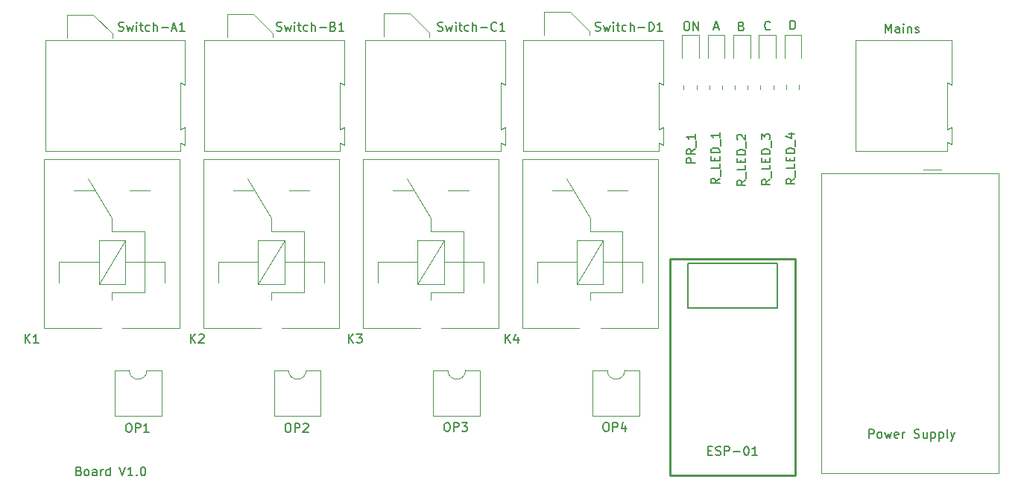
<source format=gbr>
%TF.GenerationSoftware,KiCad,Pcbnew,5.1.9-73d0e3b20d~88~ubuntu20.04.1*%
%TF.CreationDate,2021-10-10T01:19:02+05:30*%
%TF.ProjectId,ESP-Switch,4553502d-5377-4697-9463-682e6b696361,rev?*%
%TF.SameCoordinates,Original*%
%TF.FileFunction,Legend,Top*%
%TF.FilePolarity,Positive*%
%FSLAX46Y46*%
G04 Gerber Fmt 4.6, Leading zero omitted, Abs format (unit mm)*
G04 Created by KiCad (PCBNEW 5.1.9-73d0e3b20d~88~ubuntu20.04.1) date 2021-10-10 01:19:02*
%MOMM*%
%LPD*%
G01*
G04 APERTURE LIST*
%ADD10C,0.120000*%
%ADD11C,0.150000*%
%ADD12C,0.152400*%
%ADD13C,0.254000*%
G04 APERTURE END LIST*
D10*
X106180000Y-28860000D02*
X106180000Y-29330000D01*
X101010000Y-29300000D02*
X101010000Y-26680000D01*
X101010000Y-26680000D02*
X104000000Y-26680000D01*
X104000000Y-26680000D02*
X106180000Y-28860000D01*
X88000000Y-29080000D02*
X88000000Y-29550000D01*
X82830000Y-29520000D02*
X82830000Y-26900000D01*
X85820000Y-26900000D02*
X88000000Y-29080000D01*
X82830000Y-26900000D02*
X85820000Y-26900000D01*
X70190000Y-29140000D02*
X70190000Y-29610000D01*
X65020000Y-26960000D02*
X68010000Y-26960000D01*
X68010000Y-26960000D02*
X70190000Y-29140000D01*
X65020000Y-29580000D02*
X65020000Y-26960000D01*
X52010000Y-29180000D02*
X52010000Y-29650000D01*
X49830000Y-27000000D02*
X52010000Y-29180000D01*
X46840000Y-27000000D02*
X49830000Y-27000000D01*
X46840000Y-29620000D02*
X46840000Y-27000000D01*
D11*
X48194761Y-78948571D02*
X48337619Y-78996190D01*
X48385238Y-79043809D01*
X48432857Y-79139047D01*
X48432857Y-79281904D01*
X48385238Y-79377142D01*
X48337619Y-79424761D01*
X48242380Y-79472380D01*
X47861428Y-79472380D01*
X47861428Y-78472380D01*
X48194761Y-78472380D01*
X48290000Y-78520000D01*
X48337619Y-78567619D01*
X48385238Y-78662857D01*
X48385238Y-78758095D01*
X48337619Y-78853333D01*
X48290000Y-78900952D01*
X48194761Y-78948571D01*
X47861428Y-78948571D01*
X49004285Y-79472380D02*
X48909047Y-79424761D01*
X48861428Y-79377142D01*
X48813809Y-79281904D01*
X48813809Y-78996190D01*
X48861428Y-78900952D01*
X48909047Y-78853333D01*
X49004285Y-78805714D01*
X49147142Y-78805714D01*
X49242380Y-78853333D01*
X49290000Y-78900952D01*
X49337619Y-78996190D01*
X49337619Y-79281904D01*
X49290000Y-79377142D01*
X49242380Y-79424761D01*
X49147142Y-79472380D01*
X49004285Y-79472380D01*
X50194761Y-79472380D02*
X50194761Y-78948571D01*
X50147142Y-78853333D01*
X50051904Y-78805714D01*
X49861428Y-78805714D01*
X49766190Y-78853333D01*
X50194761Y-79424761D02*
X50099523Y-79472380D01*
X49861428Y-79472380D01*
X49766190Y-79424761D01*
X49718571Y-79329523D01*
X49718571Y-79234285D01*
X49766190Y-79139047D01*
X49861428Y-79091428D01*
X50099523Y-79091428D01*
X50194761Y-79043809D01*
X50670952Y-79472380D02*
X50670952Y-78805714D01*
X50670952Y-78996190D02*
X50718571Y-78900952D01*
X50766190Y-78853333D01*
X50861428Y-78805714D01*
X50956666Y-78805714D01*
X51718571Y-79472380D02*
X51718571Y-78472380D01*
X51718571Y-79424761D02*
X51623333Y-79472380D01*
X51432857Y-79472380D01*
X51337619Y-79424761D01*
X51290000Y-79377142D01*
X51242380Y-79281904D01*
X51242380Y-78996190D01*
X51290000Y-78900952D01*
X51337619Y-78853333D01*
X51432857Y-78805714D01*
X51623333Y-78805714D01*
X51718571Y-78853333D01*
X52813809Y-78472380D02*
X53147142Y-79472380D01*
X53480476Y-78472380D01*
X54337619Y-79472380D02*
X53766190Y-79472380D01*
X54051904Y-79472380D02*
X54051904Y-78472380D01*
X53956666Y-78615238D01*
X53861428Y-78710476D01*
X53766190Y-78758095D01*
X54766190Y-79377142D02*
X54813809Y-79424761D01*
X54766190Y-79472380D01*
X54718571Y-79424761D01*
X54766190Y-79377142D01*
X54766190Y-79472380D01*
X55432857Y-78472380D02*
X55528095Y-78472380D01*
X55623333Y-78520000D01*
X55670952Y-78567619D01*
X55718571Y-78662857D01*
X55766190Y-78853333D01*
X55766190Y-79091428D01*
X55718571Y-79281904D01*
X55670952Y-79377142D01*
X55623333Y-79424761D01*
X55528095Y-79472380D01*
X55432857Y-79472380D01*
X55337619Y-79424761D01*
X55290000Y-79377142D01*
X55242380Y-79281904D01*
X55194761Y-79091428D01*
X55194761Y-78853333D01*
X55242380Y-78662857D01*
X55290000Y-78567619D01*
X55337619Y-78520000D01*
X55432857Y-78472380D01*
D10*
%TO.C,K2*%
X71550000Y-52680000D02*
X71550000Y-57680000D01*
X68550000Y-52680000D02*
X71550000Y-52680000D01*
X68550000Y-57680000D02*
X68550000Y-52680000D01*
X71550000Y-57680000D02*
X68550000Y-57680000D01*
X71550000Y-52680000D02*
X68550000Y-57680000D01*
X71550000Y-55180000D02*
X76050000Y-55180000D01*
X64050000Y-55180000D02*
X68550000Y-55180000D01*
X70050000Y-58580000D02*
X73750000Y-58580000D01*
X70050000Y-51680000D02*
X73750000Y-51680000D01*
X73750000Y-51680000D02*
X73750000Y-58580000D01*
X70050000Y-50180000D02*
X67350000Y-45680000D01*
X70050000Y-51680000D02*
X70050000Y-50180000D01*
X64050000Y-55180000D02*
X64050000Y-57480000D01*
X70050000Y-58580000D02*
X70050000Y-59480000D01*
X76050000Y-57480000D02*
X76050000Y-55180000D01*
X65750000Y-46980000D02*
X68050000Y-46980000D01*
X74350000Y-46980000D02*
X72050000Y-46980000D01*
X77750000Y-43480000D02*
X77750000Y-62680000D01*
X62350000Y-43480000D02*
X77750000Y-43480000D01*
X62350000Y-62680000D02*
X62350000Y-43480000D01*
X62350000Y-62680000D02*
X68850000Y-62680000D01*
X71250000Y-62680000D02*
X77750000Y-62680000D01*
%TO.C,K1*%
X53150000Y-62680000D02*
X59650000Y-62680000D01*
X44250000Y-62680000D02*
X50750000Y-62680000D01*
X44250000Y-62680000D02*
X44250000Y-43480000D01*
X44250000Y-43480000D02*
X59650000Y-43480000D01*
X59650000Y-43480000D02*
X59650000Y-62680000D01*
X56250000Y-46980000D02*
X53950000Y-46980000D01*
X47650000Y-46980000D02*
X49950000Y-46980000D01*
X57950000Y-57480000D02*
X57950000Y-55180000D01*
X51950000Y-58580000D02*
X51950000Y-59480000D01*
X45950000Y-55180000D02*
X45950000Y-57480000D01*
X51950000Y-51680000D02*
X51950000Y-50180000D01*
X51950000Y-50180000D02*
X49250000Y-45680000D01*
X55650000Y-51680000D02*
X55650000Y-58580000D01*
X51950000Y-51680000D02*
X55650000Y-51680000D01*
X51950000Y-58580000D02*
X55650000Y-58580000D01*
X45950000Y-55180000D02*
X50450000Y-55180000D01*
X53450000Y-55180000D02*
X57950000Y-55180000D01*
X53450000Y-52680000D02*
X50450000Y-57680000D01*
X53450000Y-57680000D02*
X50450000Y-57680000D01*
X50450000Y-57680000D02*
X50450000Y-52680000D01*
X50450000Y-52680000D02*
X53450000Y-52680000D01*
X53450000Y-52680000D02*
X53450000Y-57680000D01*
D12*
%TO.C,ESP-01*%
X127550000Y-60380000D02*
X127550000Y-57840000D01*
X117390000Y-60380000D02*
X127550000Y-60380000D01*
X117390000Y-55300000D02*
X117390000Y-60380000D01*
X125010000Y-55300000D02*
X117390000Y-55300000D01*
X127550000Y-55300000D02*
X125010000Y-55300000D01*
X127550000Y-57840000D02*
X127550000Y-55300000D01*
D13*
X115358000Y-54792000D02*
X129582000Y-54792000D01*
X115358000Y-79430000D02*
X115358000Y-54792000D01*
X129582000Y-79430000D02*
X115358000Y-79430000D01*
X129582000Y-54792000D02*
X129582000Y-79430000D01*
D10*
%TO.C,Switch-C1*%
X80750000Y-29910000D02*
X80750000Y-42510000D01*
X80750000Y-42510000D02*
X96150000Y-42510000D01*
X96150000Y-42510000D02*
X96150000Y-41560000D01*
X96150000Y-41560000D02*
X96650000Y-41860000D01*
X96650000Y-41860000D02*
X96650000Y-39860000D01*
X96650000Y-39860000D02*
X96150000Y-40110000D01*
X96150000Y-40110000D02*
X96150000Y-34710000D01*
X96150000Y-34710000D02*
X96650000Y-34960000D01*
X96650000Y-34960000D02*
X96650000Y-29910000D01*
X96650000Y-29910000D02*
X80750000Y-29910000D01*
%TO.C,Switch-A1*%
X60255000Y-29910000D02*
X44355000Y-29910000D01*
X60255000Y-34960000D02*
X60255000Y-29910000D01*
X59755000Y-34710000D02*
X60255000Y-34960000D01*
X59755000Y-40110000D02*
X59755000Y-34710000D01*
X60255000Y-39860000D02*
X59755000Y-40110000D01*
X60255000Y-41860000D02*
X60255000Y-39860000D01*
X59755000Y-41560000D02*
X60255000Y-41860000D01*
X59755000Y-42510000D02*
X59755000Y-41560000D01*
X44355000Y-42510000D02*
X59755000Y-42510000D01*
X44355000Y-29910000D02*
X44355000Y-42510000D01*
%TO.C,K3*%
X89650000Y-52680000D02*
X89650000Y-57680000D01*
X86650000Y-52680000D02*
X89650000Y-52680000D01*
X86650000Y-57680000D02*
X86650000Y-52680000D01*
X89650000Y-57680000D02*
X86650000Y-57680000D01*
X89650000Y-52680000D02*
X86650000Y-57680000D01*
X89650000Y-55180000D02*
X94150000Y-55180000D01*
X82150000Y-55180000D02*
X86650000Y-55180000D01*
X88150000Y-58580000D02*
X91850000Y-58580000D01*
X88150000Y-51680000D02*
X91850000Y-51680000D01*
X91850000Y-51680000D02*
X91850000Y-58580000D01*
X88150000Y-50180000D02*
X85450000Y-45680000D01*
X88150000Y-51680000D02*
X88150000Y-50180000D01*
X82150000Y-55180000D02*
X82150000Y-57480000D01*
X88150000Y-58580000D02*
X88150000Y-59480000D01*
X94150000Y-57480000D02*
X94150000Y-55180000D01*
X83850000Y-46980000D02*
X86150000Y-46980000D01*
X92450000Y-46980000D02*
X90150000Y-46980000D01*
X95850000Y-43480000D02*
X95850000Y-62680000D01*
X80450000Y-43480000D02*
X95850000Y-43480000D01*
X80450000Y-62680000D02*
X80450000Y-43480000D01*
X80450000Y-62680000D02*
X86950000Y-62680000D01*
X89350000Y-62680000D02*
X95850000Y-62680000D01*
%TO.C,K4*%
X107450000Y-62680000D02*
X113950000Y-62680000D01*
X98550000Y-62680000D02*
X105050000Y-62680000D01*
X98550000Y-62680000D02*
X98550000Y-43480000D01*
X98550000Y-43480000D02*
X113950000Y-43480000D01*
X113950000Y-43480000D02*
X113950000Y-62680000D01*
X110550000Y-46980000D02*
X108250000Y-46980000D01*
X101950000Y-46980000D02*
X104250000Y-46980000D01*
X112250000Y-57480000D02*
X112250000Y-55180000D01*
X106250000Y-58580000D02*
X106250000Y-59480000D01*
X100250000Y-55180000D02*
X100250000Y-57480000D01*
X106250000Y-51680000D02*
X106250000Y-50180000D01*
X106250000Y-50180000D02*
X103550000Y-45680000D01*
X109950000Y-51680000D02*
X109950000Y-58580000D01*
X106250000Y-51680000D02*
X109950000Y-51680000D01*
X106250000Y-58580000D02*
X109950000Y-58580000D01*
X100250000Y-55180000D02*
X104750000Y-55180000D01*
X107750000Y-55180000D02*
X112250000Y-55180000D01*
X107750000Y-52680000D02*
X104750000Y-57680000D01*
X107750000Y-57680000D02*
X104750000Y-57680000D01*
X104750000Y-57680000D02*
X104750000Y-52680000D01*
X104750000Y-52680000D02*
X107750000Y-52680000D01*
X107750000Y-52680000D02*
X107750000Y-57680000D01*
%TO.C,Power Supply*%
X146120000Y-44640000D02*
X144110000Y-44640000D01*
X152720000Y-79230000D02*
X152720000Y-45030000D01*
X132520000Y-79230000D02*
X152720000Y-79230000D01*
X132520000Y-45030000D02*
X132520000Y-79230000D01*
X152720000Y-45030000D02*
X132520000Y-45030000D01*
%TO.C,OP1*%
X53910000Y-67490000D02*
X52260000Y-67490000D01*
X52260000Y-67490000D02*
X52260000Y-72690000D01*
X52260000Y-72690000D02*
X57560000Y-72690000D01*
X57560000Y-72690000D02*
X57560000Y-67490000D01*
X57560000Y-67490000D02*
X55910000Y-67490000D01*
X55910000Y-67490000D02*
G75*
G02*
X53910000Y-67490000I-1000000J0D01*
G01*
%TO.C,OP2*%
X72010000Y-67490000D02*
X70360000Y-67490000D01*
X70360000Y-67490000D02*
X70360000Y-72690000D01*
X70360000Y-72690000D02*
X75660000Y-72690000D01*
X75660000Y-72690000D02*
X75660000Y-67490000D01*
X75660000Y-67490000D02*
X74010000Y-67490000D01*
X74010000Y-67490000D02*
G75*
G02*
X72010000Y-67490000I-1000000J0D01*
G01*
%TO.C,OP3*%
X93760000Y-67490000D02*
X92110000Y-67490000D01*
X93760000Y-72690000D02*
X93760000Y-67490000D01*
X88460000Y-72690000D02*
X93760000Y-72690000D01*
X88460000Y-67490000D02*
X88460000Y-72690000D01*
X90110000Y-67490000D02*
X88460000Y-67490000D01*
X92110000Y-67490000D02*
G75*
G02*
X90110000Y-67490000I-1000000J0D01*
G01*
%TO.C,OP4*%
X111860000Y-67490000D02*
X110210000Y-67490000D01*
X111860000Y-72690000D02*
X111860000Y-67490000D01*
X106560000Y-72690000D02*
X111860000Y-72690000D01*
X106560000Y-67490000D02*
X106560000Y-72690000D01*
X108210000Y-67490000D02*
X106560000Y-67490000D01*
X110210000Y-67490000D02*
G75*
G02*
X108210000Y-67490000I-1000000J0D01*
G01*
%TO.C,Mains*%
X136460000Y-29900000D02*
X136460000Y-42500000D01*
X136460000Y-42500000D02*
X146810000Y-42500000D01*
X146810000Y-42500000D02*
X146810000Y-41550000D01*
X146810000Y-41550000D02*
X147310000Y-41800000D01*
X147310000Y-41800000D02*
X147310000Y-39900000D01*
X147310000Y-39900000D02*
X147310000Y-39850000D01*
X147310000Y-39850000D02*
X146810000Y-40100000D01*
X146810000Y-40100000D02*
X146810000Y-34700000D01*
X146810000Y-34700000D02*
X147310000Y-35000000D01*
X147310000Y-35000000D02*
X147310000Y-29900000D01*
X147310000Y-29900000D02*
X136460000Y-29900000D01*
%TO.C,Switch-B1*%
X78350000Y-29910000D02*
X62450000Y-29910000D01*
X78350000Y-34960000D02*
X78350000Y-29910000D01*
X77850000Y-34710000D02*
X78350000Y-34960000D01*
X77850000Y-40110000D02*
X77850000Y-34710000D01*
X78350000Y-39860000D02*
X77850000Y-40110000D01*
X78350000Y-41860000D02*
X78350000Y-39860000D01*
X77850000Y-41560000D02*
X78350000Y-41860000D01*
X77850000Y-42510000D02*
X77850000Y-41560000D01*
X62450000Y-42510000D02*
X77850000Y-42510000D01*
X62450000Y-29910000D02*
X62450000Y-42510000D01*
%TO.C,Switch-D1*%
X98650000Y-29910000D02*
X98650000Y-42510000D01*
X98650000Y-42510000D02*
X114050000Y-42510000D01*
X114050000Y-42510000D02*
X114050000Y-41560000D01*
X114050000Y-41560000D02*
X114550000Y-41860000D01*
X114550000Y-41860000D02*
X114550000Y-39860000D01*
X114550000Y-39860000D02*
X114050000Y-40110000D01*
X114050000Y-40110000D02*
X114050000Y-34710000D01*
X114050000Y-34710000D02*
X114550000Y-34960000D01*
X114550000Y-34960000D02*
X114550000Y-29910000D01*
X114550000Y-29910000D02*
X98650000Y-29910000D01*
%TO.C,A*%
X119622500Y-29285000D02*
X119622500Y-31970000D01*
X121542500Y-29285000D02*
X119622500Y-29285000D01*
X121542500Y-31970000D02*
X121542500Y-29285000D01*
%TO.C,B*%
X124455000Y-31970000D02*
X124455000Y-29285000D01*
X124455000Y-29285000D02*
X122535000Y-29285000D01*
X122535000Y-29285000D02*
X122535000Y-31970000D01*
%TO.C,C*%
X125447500Y-29285000D02*
X125447500Y-31970000D01*
X127367500Y-29285000D02*
X125447500Y-29285000D01*
X127367500Y-31970000D02*
X127367500Y-29285000D01*
%TO.C,D*%
X130280000Y-31970000D02*
X130280000Y-29285000D01*
X130280000Y-29285000D02*
X128360000Y-29285000D01*
X128360000Y-29285000D02*
X128360000Y-31970000D01*
%TO.C,ON*%
X116710000Y-29285000D02*
X116710000Y-31970000D01*
X118630000Y-29285000D02*
X116710000Y-29285000D01*
X118630000Y-31970000D02*
X118630000Y-29285000D01*
%TO.C,PR_1*%
X118360000Y-35527064D02*
X118360000Y-35072936D01*
X116890000Y-35527064D02*
X116890000Y-35072936D01*
%TO.C,R_LED_1*%
X121272500Y-35537064D02*
X121272500Y-35082936D01*
X119802500Y-35537064D02*
X119802500Y-35082936D01*
%TO.C,R_LED_2*%
X122715000Y-35507064D02*
X122715000Y-35052936D01*
X124185000Y-35507064D02*
X124185000Y-35052936D01*
%TO.C,R_LED_3*%
X125627500Y-35507064D02*
X125627500Y-35052936D01*
X127097500Y-35507064D02*
X127097500Y-35052936D01*
%TO.C,R_LED_4*%
X130010000Y-35467064D02*
X130010000Y-35012936D01*
X128540000Y-35467064D02*
X128540000Y-35012936D01*
%TO.C,K2*%
D11*
X60871904Y-64372380D02*
X60871904Y-63372380D01*
X61443333Y-64372380D02*
X61014761Y-63800952D01*
X61443333Y-63372380D02*
X60871904Y-63943809D01*
X61824285Y-63467619D02*
X61871904Y-63420000D01*
X61967142Y-63372380D01*
X62205238Y-63372380D01*
X62300476Y-63420000D01*
X62348095Y-63467619D01*
X62395714Y-63562857D01*
X62395714Y-63658095D01*
X62348095Y-63800952D01*
X61776666Y-64372380D01*
X62395714Y-64372380D01*
%TO.C,K1*%
X42071904Y-64372380D02*
X42071904Y-63372380D01*
X42643333Y-64372380D02*
X42214761Y-63800952D01*
X42643333Y-63372380D02*
X42071904Y-63943809D01*
X43595714Y-64372380D02*
X43024285Y-64372380D01*
X43310000Y-64372380D02*
X43310000Y-63372380D01*
X43214761Y-63515238D01*
X43119523Y-63610476D01*
X43024285Y-63658095D01*
%TO.C,ESP-01*%
X119688095Y-76618571D02*
X120021428Y-76618571D01*
X120164285Y-77142380D02*
X119688095Y-77142380D01*
X119688095Y-76142380D01*
X120164285Y-76142380D01*
X120545238Y-77094761D02*
X120688095Y-77142380D01*
X120926190Y-77142380D01*
X121021428Y-77094761D01*
X121069047Y-77047142D01*
X121116666Y-76951904D01*
X121116666Y-76856666D01*
X121069047Y-76761428D01*
X121021428Y-76713809D01*
X120926190Y-76666190D01*
X120735714Y-76618571D01*
X120640476Y-76570952D01*
X120592857Y-76523333D01*
X120545238Y-76428095D01*
X120545238Y-76332857D01*
X120592857Y-76237619D01*
X120640476Y-76190000D01*
X120735714Y-76142380D01*
X120973809Y-76142380D01*
X121116666Y-76190000D01*
X121545238Y-77142380D02*
X121545238Y-76142380D01*
X121926190Y-76142380D01*
X122021428Y-76190000D01*
X122069047Y-76237619D01*
X122116666Y-76332857D01*
X122116666Y-76475714D01*
X122069047Y-76570952D01*
X122021428Y-76618571D01*
X121926190Y-76666190D01*
X121545238Y-76666190D01*
X122545238Y-76761428D02*
X123307142Y-76761428D01*
X123973809Y-76142380D02*
X124069047Y-76142380D01*
X124164285Y-76190000D01*
X124211904Y-76237619D01*
X124259523Y-76332857D01*
X124307142Y-76523333D01*
X124307142Y-76761428D01*
X124259523Y-76951904D01*
X124211904Y-77047142D01*
X124164285Y-77094761D01*
X124069047Y-77142380D01*
X123973809Y-77142380D01*
X123878571Y-77094761D01*
X123830952Y-77047142D01*
X123783333Y-76951904D01*
X123735714Y-76761428D01*
X123735714Y-76523333D01*
X123783333Y-76332857D01*
X123830952Y-76237619D01*
X123878571Y-76190000D01*
X123973809Y-76142380D01*
X125259523Y-77142380D02*
X124688095Y-77142380D01*
X124973809Y-77142380D02*
X124973809Y-76142380D01*
X124878571Y-76285238D01*
X124783333Y-76380476D01*
X124688095Y-76428095D01*
%TO.C,Switch-C1*%
X88960477Y-28824761D02*
X89103334Y-28872380D01*
X89341429Y-28872380D01*
X89436667Y-28824761D01*
X89484286Y-28777142D01*
X89531905Y-28681904D01*
X89531905Y-28586666D01*
X89484286Y-28491428D01*
X89436667Y-28443809D01*
X89341429Y-28396190D01*
X89150953Y-28348571D01*
X89055715Y-28300952D01*
X89008096Y-28253333D01*
X88960477Y-28158095D01*
X88960477Y-28062857D01*
X89008096Y-27967619D01*
X89055715Y-27920000D01*
X89150953Y-27872380D01*
X89389048Y-27872380D01*
X89531905Y-27920000D01*
X89865239Y-28205714D02*
X90055715Y-28872380D01*
X90246191Y-28396190D01*
X90436667Y-28872380D01*
X90627143Y-28205714D01*
X91008096Y-28872380D02*
X91008096Y-28205714D01*
X91008096Y-27872380D02*
X90960477Y-27920000D01*
X91008096Y-27967619D01*
X91055715Y-27920000D01*
X91008096Y-27872380D01*
X91008096Y-27967619D01*
X91341429Y-28205714D02*
X91722381Y-28205714D01*
X91484286Y-27872380D02*
X91484286Y-28729523D01*
X91531905Y-28824761D01*
X91627143Y-28872380D01*
X91722381Y-28872380D01*
X92484286Y-28824761D02*
X92389048Y-28872380D01*
X92198572Y-28872380D01*
X92103334Y-28824761D01*
X92055715Y-28777142D01*
X92008096Y-28681904D01*
X92008096Y-28396190D01*
X92055715Y-28300952D01*
X92103334Y-28253333D01*
X92198572Y-28205714D01*
X92389048Y-28205714D01*
X92484286Y-28253333D01*
X92912858Y-28872380D02*
X92912858Y-27872380D01*
X93341429Y-28872380D02*
X93341429Y-28348571D01*
X93293810Y-28253333D01*
X93198572Y-28205714D01*
X93055715Y-28205714D01*
X92960477Y-28253333D01*
X92912858Y-28300952D01*
X93817620Y-28491428D02*
X94579524Y-28491428D01*
X95627143Y-28777142D02*
X95579524Y-28824761D01*
X95436667Y-28872380D01*
X95341429Y-28872380D01*
X95198572Y-28824761D01*
X95103334Y-28729523D01*
X95055715Y-28634285D01*
X95008096Y-28443809D01*
X95008096Y-28300952D01*
X95055715Y-28110476D01*
X95103334Y-28015238D01*
X95198572Y-27920000D01*
X95341429Y-27872380D01*
X95436667Y-27872380D01*
X95579524Y-27920000D01*
X95627143Y-27967619D01*
X96579524Y-28872380D02*
X96008096Y-28872380D01*
X96293810Y-28872380D02*
X96293810Y-27872380D01*
X96198572Y-28015238D01*
X96103334Y-28110476D01*
X96008096Y-28158095D01*
%TO.C,Switch-A1*%
X52708333Y-28824761D02*
X52851190Y-28872380D01*
X53089286Y-28872380D01*
X53184524Y-28824761D01*
X53232143Y-28777142D01*
X53279762Y-28681904D01*
X53279762Y-28586666D01*
X53232143Y-28491428D01*
X53184524Y-28443809D01*
X53089286Y-28396190D01*
X52898809Y-28348571D01*
X52803571Y-28300952D01*
X52755952Y-28253333D01*
X52708333Y-28158095D01*
X52708333Y-28062857D01*
X52755952Y-27967619D01*
X52803571Y-27920000D01*
X52898809Y-27872380D01*
X53136905Y-27872380D01*
X53279762Y-27920000D01*
X53613095Y-28205714D02*
X53803571Y-28872380D01*
X53994048Y-28396190D01*
X54184524Y-28872380D01*
X54375000Y-28205714D01*
X54755952Y-28872380D02*
X54755952Y-28205714D01*
X54755952Y-27872380D02*
X54708333Y-27920000D01*
X54755952Y-27967619D01*
X54803571Y-27920000D01*
X54755952Y-27872380D01*
X54755952Y-27967619D01*
X55089286Y-28205714D02*
X55470238Y-28205714D01*
X55232143Y-27872380D02*
X55232143Y-28729523D01*
X55279762Y-28824761D01*
X55375000Y-28872380D01*
X55470238Y-28872380D01*
X56232143Y-28824761D02*
X56136905Y-28872380D01*
X55946429Y-28872380D01*
X55851190Y-28824761D01*
X55803571Y-28777142D01*
X55755952Y-28681904D01*
X55755952Y-28396190D01*
X55803571Y-28300952D01*
X55851190Y-28253333D01*
X55946429Y-28205714D01*
X56136905Y-28205714D01*
X56232143Y-28253333D01*
X56660714Y-28872380D02*
X56660714Y-27872380D01*
X57089286Y-28872380D02*
X57089286Y-28348571D01*
X57041667Y-28253333D01*
X56946429Y-28205714D01*
X56803571Y-28205714D01*
X56708333Y-28253333D01*
X56660714Y-28300952D01*
X57565476Y-28491428D02*
X58327381Y-28491428D01*
X58755952Y-28586666D02*
X59232143Y-28586666D01*
X58660714Y-28872380D02*
X58994048Y-27872380D01*
X59327381Y-28872380D01*
X60184524Y-28872380D02*
X59613095Y-28872380D01*
X59898809Y-28872380D02*
X59898809Y-27872380D01*
X59803571Y-28015238D01*
X59708333Y-28110476D01*
X59613095Y-28158095D01*
%TO.C,K3*%
X78811904Y-64372380D02*
X78811904Y-63372380D01*
X79383333Y-64372380D02*
X78954761Y-63800952D01*
X79383333Y-63372380D02*
X78811904Y-63943809D01*
X79716666Y-63372380D02*
X80335714Y-63372380D01*
X80002380Y-63753333D01*
X80145238Y-63753333D01*
X80240476Y-63800952D01*
X80288095Y-63848571D01*
X80335714Y-63943809D01*
X80335714Y-64181904D01*
X80288095Y-64277142D01*
X80240476Y-64324761D01*
X80145238Y-64372380D01*
X79859523Y-64372380D01*
X79764285Y-64324761D01*
X79716666Y-64277142D01*
%TO.C,K4*%
X96631904Y-64372380D02*
X96631904Y-63372380D01*
X97203333Y-64372380D02*
X96774761Y-63800952D01*
X97203333Y-63372380D02*
X96631904Y-63943809D01*
X98060476Y-63705714D02*
X98060476Y-64372380D01*
X97822380Y-63324761D02*
X97584285Y-64039047D01*
X98203333Y-64039047D01*
%TO.C,Power Supply*%
X137946666Y-75192380D02*
X137946666Y-74192380D01*
X138327619Y-74192380D01*
X138422857Y-74240000D01*
X138470476Y-74287619D01*
X138518095Y-74382857D01*
X138518095Y-74525714D01*
X138470476Y-74620952D01*
X138422857Y-74668571D01*
X138327619Y-74716190D01*
X137946666Y-74716190D01*
X139089523Y-75192380D02*
X138994285Y-75144761D01*
X138946666Y-75097142D01*
X138899047Y-75001904D01*
X138899047Y-74716190D01*
X138946666Y-74620952D01*
X138994285Y-74573333D01*
X139089523Y-74525714D01*
X139232380Y-74525714D01*
X139327619Y-74573333D01*
X139375238Y-74620952D01*
X139422857Y-74716190D01*
X139422857Y-75001904D01*
X139375238Y-75097142D01*
X139327619Y-75144761D01*
X139232380Y-75192380D01*
X139089523Y-75192380D01*
X139756190Y-74525714D02*
X139946666Y-75192380D01*
X140137142Y-74716190D01*
X140327619Y-75192380D01*
X140518095Y-74525714D01*
X141280000Y-75144761D02*
X141184761Y-75192380D01*
X140994285Y-75192380D01*
X140899047Y-75144761D01*
X140851428Y-75049523D01*
X140851428Y-74668571D01*
X140899047Y-74573333D01*
X140994285Y-74525714D01*
X141184761Y-74525714D01*
X141280000Y-74573333D01*
X141327619Y-74668571D01*
X141327619Y-74763809D01*
X140851428Y-74859047D01*
X141756190Y-75192380D02*
X141756190Y-74525714D01*
X141756190Y-74716190D02*
X141803809Y-74620952D01*
X141851428Y-74573333D01*
X141946666Y-74525714D01*
X142041904Y-74525714D01*
X143089523Y-75144761D02*
X143232380Y-75192380D01*
X143470476Y-75192380D01*
X143565714Y-75144761D01*
X143613333Y-75097142D01*
X143660952Y-75001904D01*
X143660952Y-74906666D01*
X143613333Y-74811428D01*
X143565714Y-74763809D01*
X143470476Y-74716190D01*
X143280000Y-74668571D01*
X143184761Y-74620952D01*
X143137142Y-74573333D01*
X143089523Y-74478095D01*
X143089523Y-74382857D01*
X143137142Y-74287619D01*
X143184761Y-74240000D01*
X143280000Y-74192380D01*
X143518095Y-74192380D01*
X143660952Y-74240000D01*
X144518095Y-74525714D02*
X144518095Y-75192380D01*
X144089523Y-74525714D02*
X144089523Y-75049523D01*
X144137142Y-75144761D01*
X144232380Y-75192380D01*
X144375238Y-75192380D01*
X144470476Y-75144761D01*
X144518095Y-75097142D01*
X144994285Y-74525714D02*
X144994285Y-75525714D01*
X144994285Y-74573333D02*
X145089523Y-74525714D01*
X145280000Y-74525714D01*
X145375238Y-74573333D01*
X145422857Y-74620952D01*
X145470476Y-74716190D01*
X145470476Y-75001904D01*
X145422857Y-75097142D01*
X145375238Y-75144761D01*
X145280000Y-75192380D01*
X145089523Y-75192380D01*
X144994285Y-75144761D01*
X145899047Y-74525714D02*
X145899047Y-75525714D01*
X145899047Y-74573333D02*
X145994285Y-74525714D01*
X146184761Y-74525714D01*
X146280000Y-74573333D01*
X146327619Y-74620952D01*
X146375238Y-74716190D01*
X146375238Y-75001904D01*
X146327619Y-75097142D01*
X146280000Y-75144761D01*
X146184761Y-75192380D01*
X145994285Y-75192380D01*
X145899047Y-75144761D01*
X146946666Y-75192380D02*
X146851428Y-75144761D01*
X146803809Y-75049523D01*
X146803809Y-74192380D01*
X147232380Y-74525714D02*
X147470476Y-75192380D01*
X147708571Y-74525714D02*
X147470476Y-75192380D01*
X147375238Y-75430476D01*
X147327619Y-75478095D01*
X147232380Y-75525714D01*
%TO.C,OP1*%
X53758571Y-73512380D02*
X53949047Y-73512380D01*
X54044285Y-73560000D01*
X54139523Y-73655238D01*
X54187142Y-73845714D01*
X54187142Y-74179047D01*
X54139523Y-74369523D01*
X54044285Y-74464761D01*
X53949047Y-74512380D01*
X53758571Y-74512380D01*
X53663333Y-74464761D01*
X53568095Y-74369523D01*
X53520476Y-74179047D01*
X53520476Y-73845714D01*
X53568095Y-73655238D01*
X53663333Y-73560000D01*
X53758571Y-73512380D01*
X54615714Y-74512380D02*
X54615714Y-73512380D01*
X54996666Y-73512380D01*
X55091904Y-73560000D01*
X55139523Y-73607619D01*
X55187142Y-73702857D01*
X55187142Y-73845714D01*
X55139523Y-73940952D01*
X55091904Y-73988571D01*
X54996666Y-74036190D01*
X54615714Y-74036190D01*
X56139523Y-74512380D02*
X55568095Y-74512380D01*
X55853809Y-74512380D02*
X55853809Y-73512380D01*
X55758571Y-73655238D01*
X55663333Y-73750476D01*
X55568095Y-73798095D01*
%TO.C,OP2*%
X71858571Y-73532380D02*
X72049047Y-73532380D01*
X72144285Y-73580000D01*
X72239523Y-73675238D01*
X72287142Y-73865714D01*
X72287142Y-74199047D01*
X72239523Y-74389523D01*
X72144285Y-74484761D01*
X72049047Y-74532380D01*
X71858571Y-74532380D01*
X71763333Y-74484761D01*
X71668095Y-74389523D01*
X71620476Y-74199047D01*
X71620476Y-73865714D01*
X71668095Y-73675238D01*
X71763333Y-73580000D01*
X71858571Y-73532380D01*
X72715714Y-74532380D02*
X72715714Y-73532380D01*
X73096666Y-73532380D01*
X73191904Y-73580000D01*
X73239523Y-73627619D01*
X73287142Y-73722857D01*
X73287142Y-73865714D01*
X73239523Y-73960952D01*
X73191904Y-74008571D01*
X73096666Y-74056190D01*
X72715714Y-74056190D01*
X73668095Y-73627619D02*
X73715714Y-73580000D01*
X73810952Y-73532380D01*
X74049047Y-73532380D01*
X74144285Y-73580000D01*
X74191904Y-73627619D01*
X74239523Y-73722857D01*
X74239523Y-73818095D01*
X74191904Y-73960952D01*
X73620476Y-74532380D01*
X74239523Y-74532380D01*
%TO.C,OP3*%
X89918571Y-73432380D02*
X90109047Y-73432380D01*
X90204285Y-73480000D01*
X90299523Y-73575238D01*
X90347142Y-73765714D01*
X90347142Y-74099047D01*
X90299523Y-74289523D01*
X90204285Y-74384761D01*
X90109047Y-74432380D01*
X89918571Y-74432380D01*
X89823333Y-74384761D01*
X89728095Y-74289523D01*
X89680476Y-74099047D01*
X89680476Y-73765714D01*
X89728095Y-73575238D01*
X89823333Y-73480000D01*
X89918571Y-73432380D01*
X90775714Y-74432380D02*
X90775714Y-73432380D01*
X91156666Y-73432380D01*
X91251904Y-73480000D01*
X91299523Y-73527619D01*
X91347142Y-73622857D01*
X91347142Y-73765714D01*
X91299523Y-73860952D01*
X91251904Y-73908571D01*
X91156666Y-73956190D01*
X90775714Y-73956190D01*
X91680476Y-73432380D02*
X92299523Y-73432380D01*
X91966190Y-73813333D01*
X92109047Y-73813333D01*
X92204285Y-73860952D01*
X92251904Y-73908571D01*
X92299523Y-74003809D01*
X92299523Y-74241904D01*
X92251904Y-74337142D01*
X92204285Y-74384761D01*
X92109047Y-74432380D01*
X91823333Y-74432380D01*
X91728095Y-74384761D01*
X91680476Y-74337142D01*
%TO.C,OP4*%
X107988571Y-73422380D02*
X108179047Y-73422380D01*
X108274285Y-73470000D01*
X108369523Y-73565238D01*
X108417142Y-73755714D01*
X108417142Y-74089047D01*
X108369523Y-74279523D01*
X108274285Y-74374761D01*
X108179047Y-74422380D01*
X107988571Y-74422380D01*
X107893333Y-74374761D01*
X107798095Y-74279523D01*
X107750476Y-74089047D01*
X107750476Y-73755714D01*
X107798095Y-73565238D01*
X107893333Y-73470000D01*
X107988571Y-73422380D01*
X108845714Y-74422380D02*
X108845714Y-73422380D01*
X109226666Y-73422380D01*
X109321904Y-73470000D01*
X109369523Y-73517619D01*
X109417142Y-73612857D01*
X109417142Y-73755714D01*
X109369523Y-73850952D01*
X109321904Y-73898571D01*
X109226666Y-73946190D01*
X108845714Y-73946190D01*
X110274285Y-73755714D02*
X110274285Y-74422380D01*
X110036190Y-73374761D02*
X109798095Y-74089047D01*
X110417142Y-74089047D01*
%TO.C,Mains*%
X139819047Y-29062380D02*
X139819047Y-28062380D01*
X140152380Y-28776666D01*
X140485714Y-28062380D01*
X140485714Y-29062380D01*
X141390476Y-29062380D02*
X141390476Y-28538571D01*
X141342857Y-28443333D01*
X141247619Y-28395714D01*
X141057142Y-28395714D01*
X140961904Y-28443333D01*
X141390476Y-29014761D02*
X141295238Y-29062380D01*
X141057142Y-29062380D01*
X140961904Y-29014761D01*
X140914285Y-28919523D01*
X140914285Y-28824285D01*
X140961904Y-28729047D01*
X141057142Y-28681428D01*
X141295238Y-28681428D01*
X141390476Y-28633809D01*
X141866666Y-29062380D02*
X141866666Y-28395714D01*
X141866666Y-28062380D02*
X141819047Y-28110000D01*
X141866666Y-28157619D01*
X141914285Y-28110000D01*
X141866666Y-28062380D01*
X141866666Y-28157619D01*
X142342857Y-28395714D02*
X142342857Y-29062380D01*
X142342857Y-28490952D02*
X142390476Y-28443333D01*
X142485714Y-28395714D01*
X142628571Y-28395714D01*
X142723809Y-28443333D01*
X142771428Y-28538571D01*
X142771428Y-29062380D01*
X143200000Y-29014761D02*
X143295238Y-29062380D01*
X143485714Y-29062380D01*
X143580952Y-29014761D01*
X143628571Y-28919523D01*
X143628571Y-28871904D01*
X143580952Y-28776666D01*
X143485714Y-28729047D01*
X143342857Y-28729047D01*
X143247619Y-28681428D01*
X143200000Y-28586190D01*
X143200000Y-28538571D01*
X143247619Y-28443333D01*
X143342857Y-28395714D01*
X143485714Y-28395714D01*
X143580952Y-28443333D01*
%TO.C,Switch-B1*%
X70660477Y-28824761D02*
X70803334Y-28872380D01*
X71041429Y-28872380D01*
X71136667Y-28824761D01*
X71184286Y-28777142D01*
X71231905Y-28681904D01*
X71231905Y-28586666D01*
X71184286Y-28491428D01*
X71136667Y-28443809D01*
X71041429Y-28396190D01*
X70850953Y-28348571D01*
X70755715Y-28300952D01*
X70708096Y-28253333D01*
X70660477Y-28158095D01*
X70660477Y-28062857D01*
X70708096Y-27967619D01*
X70755715Y-27920000D01*
X70850953Y-27872380D01*
X71089048Y-27872380D01*
X71231905Y-27920000D01*
X71565239Y-28205714D02*
X71755715Y-28872380D01*
X71946191Y-28396190D01*
X72136667Y-28872380D01*
X72327143Y-28205714D01*
X72708096Y-28872380D02*
X72708096Y-28205714D01*
X72708096Y-27872380D02*
X72660477Y-27920000D01*
X72708096Y-27967619D01*
X72755715Y-27920000D01*
X72708096Y-27872380D01*
X72708096Y-27967619D01*
X73041429Y-28205714D02*
X73422381Y-28205714D01*
X73184286Y-27872380D02*
X73184286Y-28729523D01*
X73231905Y-28824761D01*
X73327143Y-28872380D01*
X73422381Y-28872380D01*
X74184286Y-28824761D02*
X74089048Y-28872380D01*
X73898572Y-28872380D01*
X73803334Y-28824761D01*
X73755715Y-28777142D01*
X73708096Y-28681904D01*
X73708096Y-28396190D01*
X73755715Y-28300952D01*
X73803334Y-28253333D01*
X73898572Y-28205714D01*
X74089048Y-28205714D01*
X74184286Y-28253333D01*
X74612858Y-28872380D02*
X74612858Y-27872380D01*
X75041429Y-28872380D02*
X75041429Y-28348571D01*
X74993810Y-28253333D01*
X74898572Y-28205714D01*
X74755715Y-28205714D01*
X74660477Y-28253333D01*
X74612858Y-28300952D01*
X75517620Y-28491428D02*
X76279524Y-28491428D01*
X77089048Y-28348571D02*
X77231905Y-28396190D01*
X77279524Y-28443809D01*
X77327143Y-28539047D01*
X77327143Y-28681904D01*
X77279524Y-28777142D01*
X77231905Y-28824761D01*
X77136667Y-28872380D01*
X76755715Y-28872380D01*
X76755715Y-27872380D01*
X77089048Y-27872380D01*
X77184286Y-27920000D01*
X77231905Y-27967619D01*
X77279524Y-28062857D01*
X77279524Y-28158095D01*
X77231905Y-28253333D01*
X77184286Y-28300952D01*
X77089048Y-28348571D01*
X76755715Y-28348571D01*
X78279524Y-28872380D02*
X77708096Y-28872380D01*
X77993810Y-28872380D02*
X77993810Y-27872380D01*
X77898572Y-28015238D01*
X77803334Y-28110476D01*
X77708096Y-28158095D01*
%TO.C,Switch-D1*%
X106860477Y-28824761D02*
X107003334Y-28872380D01*
X107241429Y-28872380D01*
X107336667Y-28824761D01*
X107384286Y-28777142D01*
X107431905Y-28681904D01*
X107431905Y-28586666D01*
X107384286Y-28491428D01*
X107336667Y-28443809D01*
X107241429Y-28396190D01*
X107050953Y-28348571D01*
X106955715Y-28300952D01*
X106908096Y-28253333D01*
X106860477Y-28158095D01*
X106860477Y-28062857D01*
X106908096Y-27967619D01*
X106955715Y-27920000D01*
X107050953Y-27872380D01*
X107289048Y-27872380D01*
X107431905Y-27920000D01*
X107765239Y-28205714D02*
X107955715Y-28872380D01*
X108146191Y-28396190D01*
X108336667Y-28872380D01*
X108527143Y-28205714D01*
X108908096Y-28872380D02*
X108908096Y-28205714D01*
X108908096Y-27872380D02*
X108860477Y-27920000D01*
X108908096Y-27967619D01*
X108955715Y-27920000D01*
X108908096Y-27872380D01*
X108908096Y-27967619D01*
X109241429Y-28205714D02*
X109622381Y-28205714D01*
X109384286Y-27872380D02*
X109384286Y-28729523D01*
X109431905Y-28824761D01*
X109527143Y-28872380D01*
X109622381Y-28872380D01*
X110384286Y-28824761D02*
X110289048Y-28872380D01*
X110098572Y-28872380D01*
X110003334Y-28824761D01*
X109955715Y-28777142D01*
X109908096Y-28681904D01*
X109908096Y-28396190D01*
X109955715Y-28300952D01*
X110003334Y-28253333D01*
X110098572Y-28205714D01*
X110289048Y-28205714D01*
X110384286Y-28253333D01*
X110812858Y-28872380D02*
X110812858Y-27872380D01*
X111241429Y-28872380D02*
X111241429Y-28348571D01*
X111193810Y-28253333D01*
X111098572Y-28205714D01*
X110955715Y-28205714D01*
X110860477Y-28253333D01*
X110812858Y-28300952D01*
X111717620Y-28491428D02*
X112479524Y-28491428D01*
X112955715Y-28872380D02*
X112955715Y-27872380D01*
X113193810Y-27872380D01*
X113336667Y-27920000D01*
X113431905Y-28015238D01*
X113479524Y-28110476D01*
X113527143Y-28300952D01*
X113527143Y-28443809D01*
X113479524Y-28634285D01*
X113431905Y-28729523D01*
X113336667Y-28824761D01*
X113193810Y-28872380D01*
X112955715Y-28872380D01*
X114479524Y-28872380D02*
X113908096Y-28872380D01*
X114193810Y-28872380D02*
X114193810Y-27872380D01*
X114098572Y-28015238D01*
X114003334Y-28110476D01*
X113908096Y-28158095D01*
%TO.C,A*%
X120381904Y-28446666D02*
X120858095Y-28446666D01*
X120286666Y-28732380D02*
X120620000Y-27732380D01*
X120953333Y-28732380D01*
%TO.C,B*%
X123481428Y-28328571D02*
X123624285Y-28376190D01*
X123671904Y-28423809D01*
X123719523Y-28519047D01*
X123719523Y-28661904D01*
X123671904Y-28757142D01*
X123624285Y-28804761D01*
X123529047Y-28852380D01*
X123148095Y-28852380D01*
X123148095Y-27852380D01*
X123481428Y-27852380D01*
X123576666Y-27900000D01*
X123624285Y-27947619D01*
X123671904Y-28042857D01*
X123671904Y-28138095D01*
X123624285Y-28233333D01*
X123576666Y-28280952D01*
X123481428Y-28328571D01*
X123148095Y-28328571D01*
%TO.C,C*%
X126719523Y-28667142D02*
X126671904Y-28714761D01*
X126529047Y-28762380D01*
X126433809Y-28762380D01*
X126290952Y-28714761D01*
X126195714Y-28619523D01*
X126148095Y-28524285D01*
X126100476Y-28333809D01*
X126100476Y-28190952D01*
X126148095Y-28000476D01*
X126195714Y-27905238D01*
X126290952Y-27810000D01*
X126433809Y-27762380D01*
X126529047Y-27762380D01*
X126671904Y-27810000D01*
X126719523Y-27857619D01*
%TO.C,D*%
X129008095Y-28672380D02*
X129008095Y-27672380D01*
X129246190Y-27672380D01*
X129389047Y-27720000D01*
X129484285Y-27815238D01*
X129531904Y-27910476D01*
X129579523Y-28100952D01*
X129579523Y-28243809D01*
X129531904Y-28434285D01*
X129484285Y-28529523D01*
X129389047Y-28624761D01*
X129246190Y-28672380D01*
X129008095Y-28672380D01*
%TO.C,ON*%
X117150952Y-27782380D02*
X117341428Y-27782380D01*
X117436666Y-27830000D01*
X117531904Y-27925238D01*
X117579523Y-28115714D01*
X117579523Y-28449047D01*
X117531904Y-28639523D01*
X117436666Y-28734761D01*
X117341428Y-28782380D01*
X117150952Y-28782380D01*
X117055714Y-28734761D01*
X116960476Y-28639523D01*
X116912857Y-28449047D01*
X116912857Y-28115714D01*
X116960476Y-27925238D01*
X117055714Y-27830000D01*
X117150952Y-27782380D01*
X118008095Y-28782380D02*
X118008095Y-27782380D01*
X118579523Y-28782380D01*
X118579523Y-27782380D01*
%TO.C,PR_1*%
X118212380Y-43879047D02*
X117212380Y-43879047D01*
X117212380Y-43498095D01*
X117260000Y-43402857D01*
X117307619Y-43355238D01*
X117402857Y-43307619D01*
X117545714Y-43307619D01*
X117640952Y-43355238D01*
X117688571Y-43402857D01*
X117736190Y-43498095D01*
X117736190Y-43879047D01*
X118212380Y-42307619D02*
X117736190Y-42640952D01*
X118212380Y-42879047D02*
X117212380Y-42879047D01*
X117212380Y-42498095D01*
X117260000Y-42402857D01*
X117307619Y-42355238D01*
X117402857Y-42307619D01*
X117545714Y-42307619D01*
X117640952Y-42355238D01*
X117688571Y-42402857D01*
X117736190Y-42498095D01*
X117736190Y-42879047D01*
X118307619Y-42117142D02*
X118307619Y-41355238D01*
X118212380Y-40593333D02*
X118212380Y-41164761D01*
X118212380Y-40879047D02*
X117212380Y-40879047D01*
X117355238Y-40974285D01*
X117450476Y-41069523D01*
X117498095Y-41164761D01*
%TO.C,R_LED_1*%
X120982380Y-45635714D02*
X120506190Y-45969047D01*
X120982380Y-46207142D02*
X119982380Y-46207142D01*
X119982380Y-45826190D01*
X120030000Y-45730952D01*
X120077619Y-45683333D01*
X120172857Y-45635714D01*
X120315714Y-45635714D01*
X120410952Y-45683333D01*
X120458571Y-45730952D01*
X120506190Y-45826190D01*
X120506190Y-46207142D01*
X121077619Y-45445238D02*
X121077619Y-44683333D01*
X120982380Y-43969047D02*
X120982380Y-44445238D01*
X119982380Y-44445238D01*
X120458571Y-43635714D02*
X120458571Y-43302380D01*
X120982380Y-43159523D02*
X120982380Y-43635714D01*
X119982380Y-43635714D01*
X119982380Y-43159523D01*
X120982380Y-42730952D02*
X119982380Y-42730952D01*
X119982380Y-42492857D01*
X120030000Y-42350000D01*
X120125238Y-42254761D01*
X120220476Y-42207142D01*
X120410952Y-42159523D01*
X120553809Y-42159523D01*
X120744285Y-42207142D01*
X120839523Y-42254761D01*
X120934761Y-42350000D01*
X120982380Y-42492857D01*
X120982380Y-42730952D01*
X121077619Y-41969047D02*
X121077619Y-41207142D01*
X120982380Y-40445238D02*
X120982380Y-41016666D01*
X120982380Y-40730952D02*
X119982380Y-40730952D01*
X120125238Y-40826190D01*
X120220476Y-40921428D01*
X120268095Y-41016666D01*
%TO.C,R_LED_2*%
X123922380Y-45835714D02*
X123446190Y-46169047D01*
X123922380Y-46407142D02*
X122922380Y-46407142D01*
X122922380Y-46026190D01*
X122970000Y-45930952D01*
X123017619Y-45883333D01*
X123112857Y-45835714D01*
X123255714Y-45835714D01*
X123350952Y-45883333D01*
X123398571Y-45930952D01*
X123446190Y-46026190D01*
X123446190Y-46407142D01*
X124017619Y-45645238D02*
X124017619Y-44883333D01*
X123922380Y-44169047D02*
X123922380Y-44645238D01*
X122922380Y-44645238D01*
X123398571Y-43835714D02*
X123398571Y-43502380D01*
X123922380Y-43359523D02*
X123922380Y-43835714D01*
X122922380Y-43835714D01*
X122922380Y-43359523D01*
X123922380Y-42930952D02*
X122922380Y-42930952D01*
X122922380Y-42692857D01*
X122970000Y-42550000D01*
X123065238Y-42454761D01*
X123160476Y-42407142D01*
X123350952Y-42359523D01*
X123493809Y-42359523D01*
X123684285Y-42407142D01*
X123779523Y-42454761D01*
X123874761Y-42550000D01*
X123922380Y-42692857D01*
X123922380Y-42930952D01*
X124017619Y-42169047D02*
X124017619Y-41407142D01*
X123017619Y-41216666D02*
X122970000Y-41169047D01*
X122922380Y-41073809D01*
X122922380Y-40835714D01*
X122970000Y-40740476D01*
X123017619Y-40692857D01*
X123112857Y-40645238D01*
X123208095Y-40645238D01*
X123350952Y-40692857D01*
X123922380Y-41264285D01*
X123922380Y-40645238D01*
%TO.C,R_LED_3*%
X126722380Y-45775714D02*
X126246190Y-46109047D01*
X126722380Y-46347142D02*
X125722380Y-46347142D01*
X125722380Y-45966190D01*
X125770000Y-45870952D01*
X125817619Y-45823333D01*
X125912857Y-45775714D01*
X126055714Y-45775714D01*
X126150952Y-45823333D01*
X126198571Y-45870952D01*
X126246190Y-45966190D01*
X126246190Y-46347142D01*
X126817619Y-45585238D02*
X126817619Y-44823333D01*
X126722380Y-44109047D02*
X126722380Y-44585238D01*
X125722380Y-44585238D01*
X126198571Y-43775714D02*
X126198571Y-43442380D01*
X126722380Y-43299523D02*
X126722380Y-43775714D01*
X125722380Y-43775714D01*
X125722380Y-43299523D01*
X126722380Y-42870952D02*
X125722380Y-42870952D01*
X125722380Y-42632857D01*
X125770000Y-42490000D01*
X125865238Y-42394761D01*
X125960476Y-42347142D01*
X126150952Y-42299523D01*
X126293809Y-42299523D01*
X126484285Y-42347142D01*
X126579523Y-42394761D01*
X126674761Y-42490000D01*
X126722380Y-42632857D01*
X126722380Y-42870952D01*
X126817619Y-42109047D02*
X126817619Y-41347142D01*
X125722380Y-41204285D02*
X125722380Y-40585238D01*
X126103333Y-40918571D01*
X126103333Y-40775714D01*
X126150952Y-40680476D01*
X126198571Y-40632857D01*
X126293809Y-40585238D01*
X126531904Y-40585238D01*
X126627142Y-40632857D01*
X126674761Y-40680476D01*
X126722380Y-40775714D01*
X126722380Y-41061428D01*
X126674761Y-41156666D01*
X126627142Y-41204285D01*
%TO.C,R_LED_4*%
X129512380Y-45665714D02*
X129036190Y-45999047D01*
X129512380Y-46237142D02*
X128512380Y-46237142D01*
X128512380Y-45856190D01*
X128560000Y-45760952D01*
X128607619Y-45713333D01*
X128702857Y-45665714D01*
X128845714Y-45665714D01*
X128940952Y-45713333D01*
X128988571Y-45760952D01*
X129036190Y-45856190D01*
X129036190Y-46237142D01*
X129607619Y-45475238D02*
X129607619Y-44713333D01*
X129512380Y-43999047D02*
X129512380Y-44475238D01*
X128512380Y-44475238D01*
X128988571Y-43665714D02*
X128988571Y-43332380D01*
X129512380Y-43189523D02*
X129512380Y-43665714D01*
X128512380Y-43665714D01*
X128512380Y-43189523D01*
X129512380Y-42760952D02*
X128512380Y-42760952D01*
X128512380Y-42522857D01*
X128560000Y-42380000D01*
X128655238Y-42284761D01*
X128750476Y-42237142D01*
X128940952Y-42189523D01*
X129083809Y-42189523D01*
X129274285Y-42237142D01*
X129369523Y-42284761D01*
X129464761Y-42380000D01*
X129512380Y-42522857D01*
X129512380Y-42760952D01*
X129607619Y-41999047D02*
X129607619Y-41237142D01*
X128845714Y-40570476D02*
X129512380Y-40570476D01*
X128464761Y-40808571D02*
X129179047Y-41046666D01*
X129179047Y-40427619D01*
%TD*%
M02*

</source>
